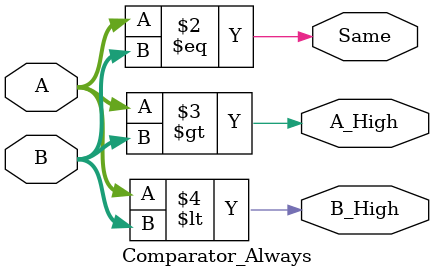
<source format=sv>
module Comparator_Always(
input logic [19:0] A, B,
output logic Same, A_High, B_High

);

always_comb begin 

Same = (A == B);
A_High = (A > B);
B_High = ( A < B);

end

endmodule

</source>
